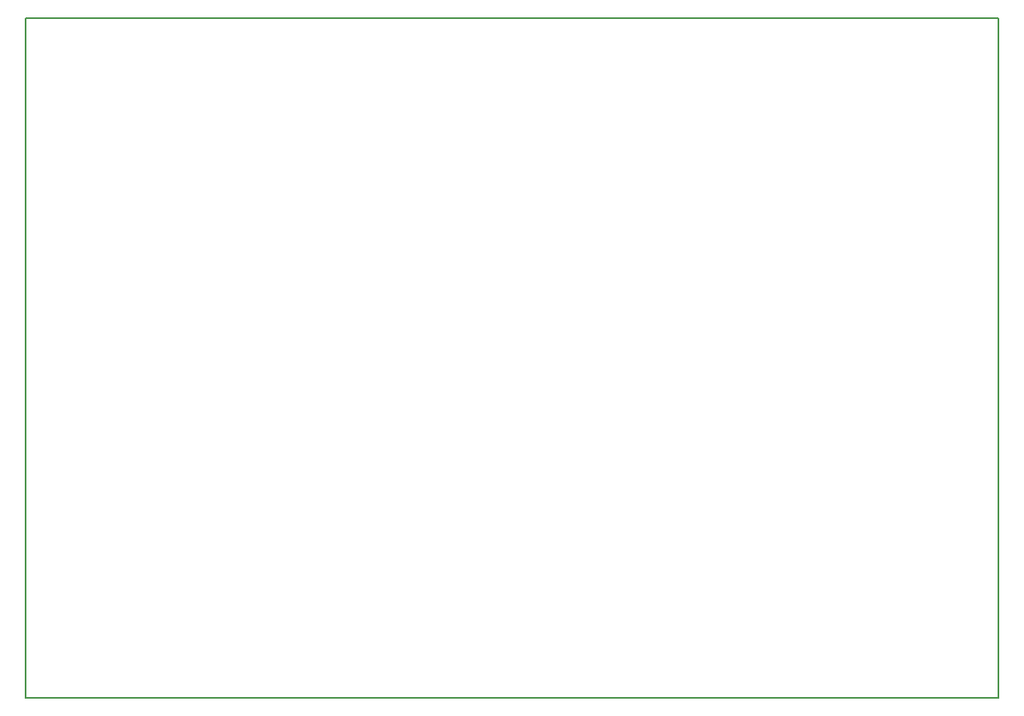
<source format=gbo>
G04 MADE WITH FRITZING*
G04 WWW.FRITZING.ORG*
G04 DOUBLE SIDED*
G04 HOLES PLATED*
G04 CONTOUR ON CENTER OF CONTOUR VECTOR*
%ASAXBY*%
%FSLAX23Y23*%
%MOIN*%
%OFA0B0*%
%SFA1.0B1.0*%
%ADD10R,3.937010X2.755910X3.921010X2.739910*%
%ADD11C,0.008000*%
%LNSILK0*%
G90*
G70*
G54D11*
X4Y2752D02*
X3933Y2752D01*
X3933Y4D01*
X4Y4D01*
X4Y2752D01*
D02*
G04 End of Silk0*
M02*
</source>
